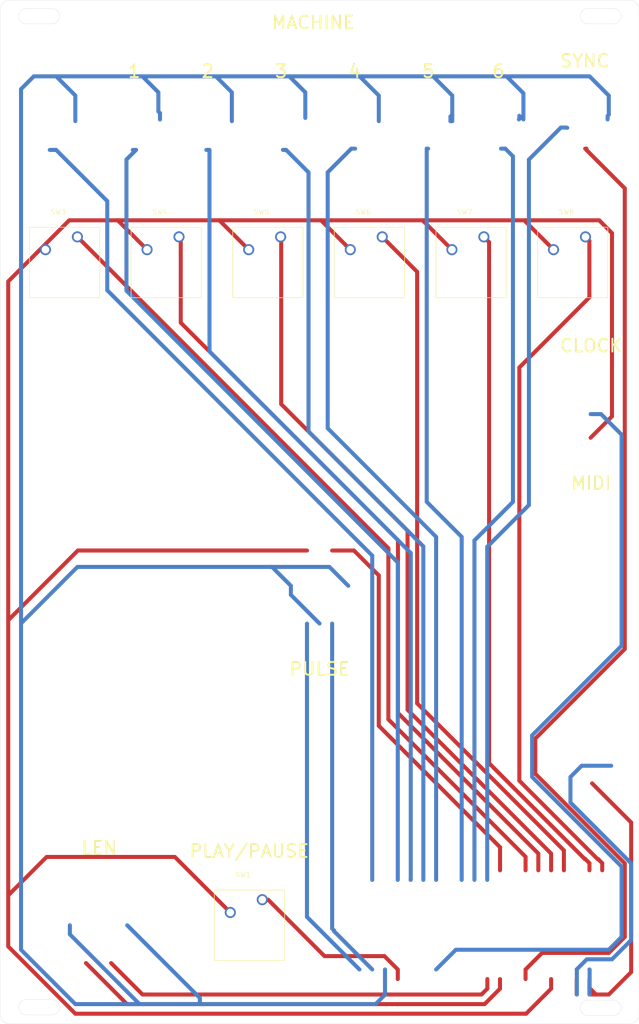
<source format=kicad_pcb>
(kicad_pcb (version 20221018) (generator pcbnew)
  (layers (0 "F.Cu" signal) (31 "B.Cu" signal) (34 "B.Paste" user) (35 "F.Paste" user) (36 "B.SilkS" user "B.Silkscreen") (37 "F.SilkS" user "F.Silkscreen") (38 "B.Mask" user) (39 "F.Mask" user) (44 "Edge.Cuts" user))
  (net 0 "")
  (net 1 "IN_SWTCH")
  (net 2 "PWR_GND")
  (net 3 "IN")
  (net 4 "OUT_MIDI")
  (net 5 "OUT_C1")
  (net 6 "OUT_C2")
  (net 7 "OUT_C3")
  (net 8 "OUT_C4")
  (net 9 "OUT_C5")
  (net 10 "OUT_C6")
  (net 11 "VSYS")
  (net 12 "ENC1_A")
  (net 13 "ENC1_B")
  (net 14 "PWR_3V3")
  (net 15 "ENC2_BTN")
  (net 16 "ENC2_A")
  (net 17 "ENC2_B")
  (net 18 "BTN_IN")
  (net 19 "BTN_PLAY")
  (net 20 "BTN_C1")
  (net 21 "BTN_C2")
  (net 22 "BTN_C3")
  (net 23 "BTN_C4")
  (net 24 "BTN_C5")
  (net 25 "BTN_C6")
  (footprint "digikey-footprints:MX1A-11NW" (layer "F.Cu") (at 11.55 42.545)
    (fp_text reference "SW3" (at 0 -0.5 unlocked) (layer "F.SilkS") (effects (font (thickness 0.1))))
    (fp_text value "Switch_Tactile_CnK")
    (fp_line (start -5.715 2.54) (end 8.255 2.54) (stroke (width 0.12)) (layer "F.SilkS"))
    (fp_line (start -5.715 16.51) (end -5.715 2.54) (stroke (width 0.12)) (layer "F.SilkS"))
    (fp_line (start 8.255 2.54) (end 8.255 16.51) (stroke (width 0.12)) (layer "F.SilkS"))
    (fp_line (start 8.255 16.51) (end -5.715 16.51) (stroke (width 0.12)) (layer "F.SilkS"))
    (pad "" np_thru_hole circle (at -3.81 9.525) (size 1.7 1.7) (drill 1.7) (layers "*.Cu" "*.Mask"))
    (pad "" np_thru_hole circle (at 1.27 9.525) (size 4 4) (drill 4) (layers "*.Cu" "*.Mask"))
    (pad "" np_thru_hole circle (at 6.35 9.525) (size 1.7 1.7) (drill 1.7) (layers "*.Cu" "*.Mask"))
    (pad "1" thru_hole circle (at 3.81 4.445) (size 2.2 2.2) (drill 1.5) (layers "*.Cu" "*.Mask") (net 20 "BTN_C1"))
    (pad "2" thru_hole circle (at -2.54 6.985) (size 2.2 2.2) (drill 1.5) (layers "*.Cu" "*.Mask") (net 14 "PWR_3V3"))
  )
  (footprint "digikey-footprints:MX1A-11NW" (layer "F.Cu") (at 48.296 174.109)
    (fp_text reference "SW1" (at 0 -0.5 unlocked) (layer "F.SilkS") (effects (font (thickness 0.1))))
    (fp_text value "Switch_Tactile_CnK")
    (fp_line (start -5.715 2.54) (end 8.255 2.54) (stroke (width 0.12)) (layer "F.SilkS"))
    (fp_line (start -5.715 16.51) (end -5.715 2.54) (stroke (width 0.12)) (layer "F.SilkS"))
    (fp_line (start 8.255 2.54) (end 8.255 16.51) (stroke (width 0.12)) (layer "F.SilkS"))
    (fp_line (start 8.255 16.51) (end -5.715 16.51) (stroke (width 0.12)) (layer "F.SilkS"))
    (pad "" np_thru_hole circle (at -3.81 9.525) (size 1.7 1.7) (drill 1.7) (layers "*.Cu" "*.Mask"))
    (pad "" np_thru_hole circle (at 1.27 9.525) (size 4 4) (drill 4) (layers "*.Cu" "*.Mask"))
    (pad "" np_thru_hole circle (at 6.35 9.525) (size 1.7 1.7) (drill 1.7) (layers "*.Cu" "*.Mask"))
    (pad "1" thru_hole circle (at 3.81 4.445) (size 2.2 2.2) (drill 1.5) (layers "*.Cu" "*.Mask") (net 19 "BTN_PLAY"))
    (pad "2" thru_hole circle (at -2.54 6.985) (size 2.2 2.2) (drill 1.5) (layers "*.Cu" "*.Mask") (net 14 "PWR_3V3"))
  )
  (footprint "digikey-footprints:MX1A-11NW" (layer "F.Cu") (at 51.95 42.545)
    (fp_text reference "SW5" (at 0 -0.5 unlocked) (layer "F.SilkS") (effects (font (thickness 0.1))))
    (fp_text value "Switch_Tactile_CnK")
    (fp_line (start -5.715 2.54) (end 8.255 2.54) (stroke (width 0.12)) (layer "F.SilkS"))
    (fp_line (start -5.715 16.51) (end -5.715 2.54) (stroke (width 0.12)) (layer "F.SilkS"))
    (fp_line (start 8.255 2.54) (end 8.255 16.51) (stroke (width 0.12)) (layer "F.SilkS"))
    (fp_line (start 8.255 16.51) (end -5.715 16.51) (stroke (width 0.12)) (layer "F.SilkS"))
    (pad "" np_thru_hole circle (at -3.81 9.525) (size 1.7 1.7) (drill 1.7) (layers "*.Cu" "*.Mask"))
    (pad "" np_thru_hole circle (at 1.27 9.525) (size 4 4) (drill 4) (layers "*.Cu" "*.Mask"))
    (pad "" np_thru_hole circle (at 6.35 9.525) (size 1.7 1.7) (drill 1.7) (layers "*.Cu" "*.Mask"))
    (pad "1" thru_hole circle (at 3.81 4.445) (size 2.2 2.2) (drill 1.5) (layers "*.Cu" "*.Mask") (net 22 "BTN_C3"))
    (pad "2" thru_hole circle (at -2.54 6.985) (size 2.2 2.2) (drill 1.5) (layers "*.Cu" "*.Mask") (net 14 "PWR_3V3"))
  )
  (footprint "digikey-footprints:MX1A-11NW" (layer "F.Cu") (at 72.15 42.545)
    (fp_text reference "SW6" (at 0 -0.5 unlocked) (layer "F.SilkS") (effects (font (thickness 0.1))))
    (fp_text value "Switch_Tactile_CnK")
    (fp_line (start -5.715 2.54) (end 8.255 2.54) (stroke (width 0.12)) (layer "F.SilkS"))
    (fp_line (start -5.715 16.51) (end -5.715 2.54) (stroke (width 0.12)) (layer "F.SilkS"))
    (fp_line (start 8.255 2.54) (end 8.255 16.51) (stroke (width 0.12)) (layer "F.SilkS"))
    (fp_line (start 8.255 16.51) (end -5.715 16.51) (stroke (width 0.12)) (layer "F.SilkS"))
    (pad "" np_thru_hole circle (at -3.81 9.525) (size 1.7 1.7) (drill 1.7) (layers "*.Cu" "*.Mask"))
    (pad "" np_thru_hole circle (at 1.27 9.525) (size 4 4) (drill 4) (layers "*.Cu" "*.Mask"))
    (pad "" np_thru_hole circle (at 6.35 9.525) (size 1.7 1.7) (drill 1.7) (layers "*.Cu" "*.Mask"))
    (pad "1" thru_hole circle (at 3.81 4.445) (size 2.2 2.2) (drill 1.5) (layers "*.Cu" "*.Mask") (net 23 "BTN_C4"))
    (pad "2" thru_hole circle (at -2.54 6.985) (size 2.2 2.2) (drill 1.5) (layers "*.Cu" "*.Mask") (net 14 "PWR_3V3"))
  )
  (footprint "digikey-footprints:MX1A-11NW" (layer "F.Cu") (at 92.35 42.545)
    (fp_text reference "SW7" (at 0 -0.5 unlocked) (layer "F.SilkS") (effects (font (thickness 0.1))))
    (fp_text value "Switch_Tactile_CnK")
    (fp_line (start -5.715 2.54) (end 8.255 2.54) (stroke (width 0.12)) (layer "F.SilkS"))
    (fp_line (start -5.715 16.51) (end -5.715 2.54) (stroke (width 0.12)) (layer "F.SilkS"))
    (fp_line (start 8.255 2.54) (end 8.255 16.51) (stroke (width 0.12)) (layer "F.SilkS"))
    (fp_line (start 8.255 16.51) (end -5.715 16.51) (stroke (width 0.12)) (layer "F.SilkS"))
    (pad "" np_thru_hole circle (at -3.81 9.525) (size 1.7 1.7) (drill 1.7) (layers "*.Cu" "*.Mask"))
    (pad "" np_thru_hole circle (at 1.27 9.525) (size 4 4) (drill 4) (layers "*.Cu" "*.Mask"))
    (pad "" np_thru_hole circle (at 6.35 9.525) (size 1.7 1.7) (drill 1.7) (layers "*.Cu" "*.Mask"))
    (pad "1" thru_hole circle (at 3.81 4.445) (size 2.2 2.2) (drill 1.5) (layers "*.Cu" "*.Mask") (net 24 "BTN_C5"))
    (pad "2" thru_hole circle (at -2.54 6.985) (size 2.2 2.2) (drill 1.5) (layers "*.Cu" "*.Mask") (net 14 "PWR_3V3"))
  )
  (footprint "digikey-footprints:MX1A-11NW" (layer "F.Cu") (at 112.55 42.545)
    (fp_text reference "SW8" (at 0 -0.5 unlocked) (layer "F.SilkS") (effects (font (thickness 0.1))))
    (fp_text value "Switch_Tactile_CnK")
    (fp_line (start -5.715 2.54) (end 8.255 2.54) (stroke (width 0.12)) (layer "F.SilkS"))
    (fp_line (start -5.715 16.51) (end -5.715 2.54) (stroke (width 0.12)) (layer "F.SilkS"))
    (fp_line (start 8.255 2.54) (end 8.255 16.51) (stroke (width 0.12)) (layer "F.SilkS"))
    (fp_line (start 8.255 16.51) (end -5.715 16.51) (stroke (width 0.12)) (layer "F.SilkS"))
    (pad "" np_thru_hole circle (at -3.81 9.525) (size 1.7 1.7) (drill 1.7) (layers "*.Cu" "*.Mask"))
    (pad "" np_thru_hole circle (at 1.27 9.525) (size 4 4) (drill 4) (layers "*.Cu" "*.Mask"))
    (pad "" np_thru_hole circle (at 6.35 9.525) (size 1.7 1.7) (drill 1.7) (layers "*.Cu" "*.Mask"))
    (pad "1" thru_hole circle (at 3.81 4.445) (size 2.2 2.2) (drill 1.5) (layers "*.Cu" "*.Mask") (net 25 "BTN_C6"))
    (pad "2" thru_hole circle (at -2.54 6.985) (size 2.2 2.2) (drill 1.5) (layers "*.Cu" "*.Mask") (net 14 "PWR_3V3"))
  )
  (footprint "digikey-footprints:MX1A-11NW" (layer "F.Cu") (at 31.75 42.545)
    (fp_text reference "SW4" (at 0 -0.5 unlocked) (layer "F.SilkS") (effects (font (thickness 0.1))))
    (fp_text value "Switch_Tactile_CnK")
    (fp_line (start -5.715 2.54) (end 8.255 2.54) (stroke (width 0.12)) (layer "F.SilkS"))
    (fp_line (start -5.715 16.51) (end -5.715 2.54) (stroke (width 0.12)) (layer "F.SilkS"))
    (fp_line (start 8.255 2.54) (end 8.255 16.51) (stroke (width 0.12)) (layer "F.SilkS"))
    (fp_line (start 8.255 16.51) (end -5.715 16.51) (stroke (width 0.12)) (layer "F.SilkS"))
    (pad "" np_thru_hole circle (at -3.81 9.525) (size 1.7 1.7) (drill 1.7) (layers "*.Cu" "*.Mask"))
    (pad "" np_thru_hole circle (at 1.27 9.525) (size 4 4) (drill 4) (layers "*.Cu" "*.Mask"))
    (pad "" np_thru_hole circle (at 6.35 9.525) (size 1.7 1.7) (drill 1.7) (layers "*.Cu" "*.Mask"))
    (pad "1" thru_hole circle (at 3.81 4.445) (size 2.2 2.2) (drill 1.5) (layers "*.Cu" "*.Mask") (net 21 "BTN_C2"))
    (pad "2" thru_hole circle (at -2.54 6.985) (size 2.2 2.2) (drill 1.5) (layers "*.Cu" "*.Mask") (net 14 "PWR_3V3"))
  )
  (gr_line (start 5.207 201.422) (end 10.287 201.422) (stroke (width 0.05)) (layer "Edge.Cuts"))
  (gr_line (start 1.905 203.2) (end 125.095 203.2) (stroke (width 0.05)) (layer "Edge.Cuts"))
  (gr_line (start 116.84 1.651) (end 121.92 1.651) (stroke (width 0.05)) (layer "Edge.Cuts"))
  (gr_arc (start 116.84 201.549) (mid 115.316004 200.025002) (end 116.84 198.501) (stroke (width 0.05)) (layer "Edge.Cuts"))
  (gr_arc (start 5.207 201.422) (mid 3.683004 199.898002) (end 5.207 198.374) (stroke (width 0.05)) (layer "Edge.Cuts"))
  (gr_line (start 5.207 1.651) (end 10.287 1.651) (stroke (width 0.05)) (layer "Edge.Cuts"))
  (gr_arc (start 116.84 4.699) (mid 115.316004 3.175002) (end 116.84 1.651) (stroke (width 0.05)) (layer "Edge.Cuts"))
  (gr_line (start 5.207 4.699) (end 10.287 4.699) (stroke (width 0.05)) (layer "Edge.Cuts"))
  (gr_line (start 127 1.905) (end 127 201.295) (stroke (width 0.05)) (layer "Edge.Cuts"))
  (gr_arc (start 121.92 198.501) (mid 123.444004 200.025002) (end 121.92 201.549) (stroke (width 0.05)) (layer "Edge.Cuts"))
  (gr_arc (start 1.905 203.2) (mid 0.557962 202.642038) (end 0 201.295) (stroke (width 0.05)) (layer "Edge.Cuts"))
  (gr_line (start 0 1.905) (end 0 201.295) (stroke (width 0.05)) (layer "Edge.Cuts"))
  (gr_arc (start 121.92 1.651) (mid 123.444004 3.175002) (end 121.92 4.699) (stroke (width 0.05)) (layer "Edge.Cuts"))
  (gr_arc (start 125.095 0) (mid 126.442038 0.557962) (end 127 1.905) (stroke (width 0.05)) (layer "Edge.Cuts"))
  (gr_line (start 5.207 198.374) (end 10.287 198.374) (stroke (width 0.05)) (layer "Edge.Cuts"))
  (gr_line (start 1.905 0) (end 125.095 0) (stroke (width 0.05)) (layer "Edge.Cuts"))
  (gr_arc (start 5.207 4.699) (mid 3.683004 3.175002) (end 5.207 1.651) (stroke (width 0.05)) (layer "Edge.Cuts"))
  (gr_line (start 116.84 4.699) (end 121.92 4.699) (stroke (width 0.05)) (layer "Edge.Cuts"))
  (gr_arc (start 10.287 198.374) (mid 11.811004 199.898002) (end 10.287 201.422) (stroke (width 0.05)) (layer "Edge.Cuts"))
  (gr_line (start 116.84 198.501) (end 121.92 198.501) (stroke (width 0.05)) (layer "Edge.Cuts"))
  (gr_arc (start 0 1.905) (mid 0.557962 0.557962) (end 1.905 0) (stroke (width 0.05)) (layer "Edge.Cuts"))
  (gr_arc (start 127 201.295) (mid 126.442038 202.642038) (end 125.095 203.2) (stroke (width 0.05)) (layer "Edge.Cuts"))
  (gr_line (start 116.84 201.549) (end 121.92 201.549) (stroke (width 0.05)) (layer "Edge.Cuts"))
  (gr_arc (start 10.287 1.651) (mid 11.811004 3.175002) (end 10.287 4.699) (stroke (width 0.05)) (layer "Edge.Cuts"))
  (gr_text "\n3" (at 55.88 12.065) (layer "F.SilkS") (effects (font (size 2.54 2.54) (thickness 0.381))))
  (gr_text "PLAY/PAUSE" (at 49.53 168.91) (layer "F.SilkS") (effects (font (size 2.54 2.54) (thickness 0.381))))
  (gr_text "MIDI" (at 117.475 95.885) (layer "F.SilkS") (effects (font (size 2.54 2.54) (thickness 0.381))))
  (gr_text "LEN" (at 19.685 168.275) (layer "F.SilkS") (effects (font (size 2.54 2.54) (thickness 0.381))))
  (gr_text "PULSE" (at 63.5 132.755) (layer "F.SilkS") (effects (font (size 2.54 2.54) (thickness 0.381))))
  (gr_text "\n5" (at 85.09 12.065) (layer "F.SilkS") (effects (font (size 2.54 2.54) (thickness 0.381))))
  (gr_text "\n2" (at 41.275 12.065) (layer "F.SilkS") (effects (font (size 2.54 2.54) (thickness 0.381))))
  (gr_text "CLOCK" (at 117.475 68.58) (layer "F.SilkS") (effects (font (size 2.54 2.54) (thickness 0.381))))
  (gr_text "SYNC" (at 116.205 12.065) (layer "F.SilkS") (effects (font (size 2.54 2.54) (thickness 0.381))))
  (gr_text "MACHINE" (at 62.23 4.445) (layer "F.SilkS") (effects (font (size 2.54 2.54) (thickness 0.381))))
  (gr_text "\n4" (at 70.485 12.065) (layer "F.SilkS") (effects (font (size 2.54 2.54) (thickness 0.381))))
  (gr_text "\n1" (at 26.67 12.065) (layer "F.SilkS") (effects (font (size 2.54 2.54) (thickness 0.381))))
  (gr_text "\n6" (at 99.06 12.065) (layer "F.SilkS") (effects (font (size 2.54 2.54) (thickness 0.381))))
  (segment (start 96.83 174.625) (end 96.83 108.51) (width 0.8) (layer "B.Cu") (net 1))
  (segment (start 111.47 25.29) (end 112.481176 25.29) (width 0.8) (layer "B.Cu") (net 1))
  (segment (start 96.83 108.51) (end 105.12 100.22) (width 0.8) (layer "B.Cu") (net 1))
  (segment (start 105.12 100.22) (end 105.12 31.64) (width 0.8) (layer "B.Cu") (net 1))
  (segment (start 105.12 31.64) (end 111.47 25.29) (width 0.8) (layer "B.Cu") (net 1))
  (segment (start 112.481176 25.29) (end 112.634661 25.331126) (width 0.8) (layer "B.Cu") (net 1))
  (segment (start 112.634661 25.331126) (end 112.738547 25.334516) (width 0.8) (layer "B.Cu") (net 1))
  (segment (start 114.61 197.34) (end 114.645 197.375) (width 0.8) (layer "F.Cu") (net 2))
  (segment (start 114.61 194.31) (end 114.61 197.34) (width 0.8) (layer "F.Cu") (net 2))
  (segment (start 54.058054 112.503054) (end 57.8 116.245) (width 0.8) (layer "B.Cu") (net 2))
  (segment (start 28.285 199.28) (end 27.712 199.28) (width 0.8) (layer "B.Cu") (net 2))
  (segment (start 57.495 15.13) (end 60.67 18.305) (width 0.8) (layer "B.Cu") (net 2))
  (segment (start 31.46 22.115) (end 31.7775 22.4325) (width 0.8) (layer "B.Cu") (net 2))
  (segment (start 39.715 198.083) (end 25.266 183.634) (width 0.8) (layer "B.Cu") (net 2))
  (segment (start 89.52 23.095406) (end 89.52 24.02) (width 0.8) (layer "B.Cu") (net 2))
  (segment (start 65.458054 112.503054) (end 69.2 116.245) (width 0.8) (layer "B.Cu") (net 2))
  (segment (start 115.605 151.965) (end 121.4775 151.965) (width 0.8) (layer "B.Cu") (net 2))
  (segment (start 103.12 23.68) (end 103.22 23.58) (width 0.8) (layer "B.Cu") (net 2))
  (segment (start 103.22 23.58) (end 103.22 23.089827) (width 0.8) (layer "B.Cu") (net 2))
  (segment (start 113.375 159.275) (end 113.375 154.195) (width 0.8) (layer "B.Cu") (net 2))
  (segment (start 71.465 15.13) (end 75.275 18.94) (width 0.8) (layer "B.Cu") (net 2))
  (segment (start 14.95 199.28) (end 4.155 188.485) (width 0.8) (layer "B.Cu") (net 2))
  (segment (start 4.155 17.67) (end 6.695 15.13) (width 0.8) (layer "B.Cu") (net 2))
  (segment (start 28.285 199.28) (end 14.95 199.28) (width 0.8) (layer "B.Cu") (net 2))
  (segment (start 75.275 18.94) (end 75.275 24.02) (width 0.8) (layer "B.Cu") (net 2))
  (segment (start 100.675 15.13) (end 104.025055 18.480055) (width 0.8) (layer "B.Cu") (net 2))
  (segment (start 117.185 15.13) (end 120.995 18.94) (width 0.8) (layer "B.Cu") (net 2))
  (segment (start 42.89 15.13) (end 46.065 18.305) (width 0.8) (layer "B.Cu") (net 2))
  (segment (start 60.67 18.305) (end 60.67 23.385) (width 0.8) (layer "B.Cu") (net 2))
  (segment (start 74.64 199.28) (end 76.51 197.41) (width 0.8) (layer "B.Cu") (net 2))
  (segment (start 89.88 18.94) (end 89.88 22.74) (width 0.8) (layer "B.Cu") (net 2))
  (segment (start 28.285 15.13) (end 31.46 18.305) (width 0.8) (layer "B.Cu") (net 2))
  (segment (start 120.76 22.985) (end 120.76 23.68) (width 0.8) (layer "B.Cu") (net 2))
  (segment (start 89.88 24.02) (end 89.88 22.74) (width 0.8) (layer "B.Cu") (net 2))
  (segment (start 13.866 185.434) (end 13.866 183.634) (width 0.8) (layer "B.Cu") (net 2))
  (segment (start 89.52 24.02) (end 89.88 24.02) (width 0.8) (layer "B.Cu") (net 2))
  (segment (start 86.07 15.13) (end 89.88 18.94) (width 0.8) (layer "B.Cu") (net 2))
  (segment (start 19.566 191.134) (end 13.866 185.434) (width 0.8) (layer "B.Cu") (net 2))
  (segment (start 63.5 123.745) (end 57.8 118.045) (width 0.8) (layer "B.Cu") (net 2))
  (segment (start 120.995 22.75) (end 120.76 22.985) (width 0.8) (layer "B.Cu") (net 2))
  (segment (start 4.155 188.485) (end 4.155 123.715) (width 0.8) (layer "B.Cu") (net 2))
  (segment (start 89.88 22.74) (end 89.875406 22.74) (width 0.8) (layer "B.Cu") (net 2))
  (segment (start 104.025055 18.480055) (end 104.025055 22.925055) (width 0.8) (layer "B.Cu") (net 2))
  (segment (start 114.645 192.44) (end 114.61 192.405) (width 0.8) (layer "B.Cu") (net 2))
  (segment (start 31.7775 22.4325) (end 31.7775 23.7025) (width 0.8) (layer "B.Cu") (net 2))
  (segment (start 14.95 18.94) (end 14.95 24.02) (width 0.8) (layer "B.Cu") (net 2))
  (segment (start 120.995 18.94) (end 120.995 22.75) (width 0.8) (layer "B.Cu") (net 2))
  (segment (start 53.685 112.503054) (end 65.458054 112.503054) (width 0.8) (layer "B.Cu") (net 2))
  (segment (start 104.02 22.93011) (end 104.02 23.68) (width 0.8) (layer "B.Cu") (net 2))
  (segment (start 28.285 199.28) (end 39.715 199.28) (width 0.8) (layer "B.Cu") (net 2))
  (segment (start 39.715 199.28) (end 74.64 199.28) (width 0.8) (layer "B.Cu") (net 2))
  (segment (start 27.712 199.28) (end 19.566 191.134) (width 0.8) (layer "B.Cu") (net 2))
  (segment (start 42.89 15.13) (end 57.495 15.13) (width 0.8) (layer "B.Cu") (net 2))
  (segment (start 4.155 123.715) (end 4.155 17.67) (width 0.8) (layer "B.Cu") (net 2))
  (segment (start 46.065 18.305) (end 46.065 24.02) (width 0.8) (layer "B.Cu") (net 2))
  (segment (start 53.685 112.503054) (end 54.058054 112.503054) (width 0.8) (layer "B.Cu") (net 2))
  (segment (start 114.645 197.375) (end 114.645 192.44) (width 0.8) (layer "B.Cu") (net 2))
  (segment (start 121.63 190.39) (end 125.44 186.58) (width 0.8) (layer "B.Cu") (net 2))
  (segment (start 125.44 186.58) (end 125.44 171.34) (width 0.8) (layer "B.Cu") (net 2))
  (segment (start 114.61 192.405) (end 116.625 190.39) (width 0.8) (layer "B.Cu") (net 2))
  (segment (start 11.14 15.13) (end 28.285 15.13) (width 0.8) (layer "B.Cu") (net 2))
  (segment (start 11.14 15.13) (end 14.95 18.94) (width 0.8) (layer "B.Cu") (net 2))
  (segment (start 57.495 15.13) (end 71.465 15.13) (width 0.8) (layer "B.Cu") (net 2))
  (segment (start 103.22 23.089827) (end 103.215485 22.951477) (width 0.8) (layer "B.Cu") (net 2))
  (segment (start 15.366946 112.503054) (end 53.685 112.503054) (width 0.8) (layer "B.Cu") (net 2))
  (segment (start 31.46 18.305) (end 31.46 22.115) (width 0.8) (layer "B.Cu") (net 2))
  (segment (start 28.285 15.13) (end 42.89 15.13) (width 0.8) (layer "B.Cu") (net 2))
  (segment (start 125.44 171.34) (end 113.375 159.275) (width 0.8) (layer "B.Cu") (net 2))
  (segment (start 113.375 154.195) (end 115.605 151.965) (width 0.8) (layer "B.Cu") (net 2))
  (segment (start 39.715 199.28) (end 39.715 198.083) (width 0.8) (layer "B.Cu") (net 2))
  (segment (start 89.875406 22.74) (end 89.52 23.095406) (width 0.8) (layer "B.Cu") (net 2))
  (segment (start 71.465 15.13) (end 86.07 15.13) (width 0.8) (layer "B.Cu") (net 2))
  (segment (start 6.695 15.13) (end 11.14 15.13) (width 0.8) (layer "B.Cu") (net 2))
  (segment (start 116.625 190.39) (end 121.63 190.39) (width 0.8) (layer "B.Cu") (net 2))
  (segment (start 86.07 15.13) (end 100.675 15.13) (width 0.8) (layer "B.Cu") (net 2))
  (segment (start 100.675 15.13) (end 117.185 15.13) (width 0.8) (layer "B.Cu") (net 2))
  (segment (start 76.51 197.41) (end 76.51 192.405) (width 0.8) (layer "B.Cu") (net 2))
  (segment (start 57.8 118.045) (end 57.8 116.245) (width 0.8) (layer "B.Cu") (net 2))
  (segment (start 4.155 123.715) (end 15.366946 112.503054) (width 0.8) (layer "B.Cu") (net 2))
  (segment (start 104.025055 22.925055) (end 104.02 22.93011) (width 0.8) (layer "B.Cu") (net 2))
  (segment (start 124.17 128.795) (end 124.17 37.355) (width 0.8) (layer "F.Cu") (net 3))
  (segment (start 104.45 194.31) (end 104.45 192.405) (width 0.8) (layer "F.Cu") (net 3))
  (segment (start 120.995 189.12) (end 124.17 185.945) (width 0.8) (layer "F.Cu") (net 3))
  (segment (start 116.55 29.48) (end 116.31 29.48) (width 0.8) (layer "F.Cu") (net 3))
  (segment (start 106.39 146.575) (end 124.17 128.795) (width 0.8) (layer "F.Cu") (net 3))
  (segment (start 124.17 171.34) (end 106.39 153.56) (width 0.8) (layer "F.Cu") (net 3))
  (segment (start 116.55 29.735) (end 116.55 29.48) (width 0.8) (layer "F.Cu") (net 3))
  (segment (start 124.17 37.355) (end 116.55 29.735) (width 0.8) (layer "F.Cu") (net 3))
  (segment (start 107.735 189.12) (end 120.995 189.12) (width 0.8) (layer "F.Cu") (net 3))
  (segment (start 104.45 192.405) (end 107.735 189.12) (width 0.8) (layer "F.Cu") (net 3))
  (segment (start 124.17 185.945) (end 124.17 171.34) (width 0.8) (layer "F.Cu") (net 3))
  (segment (start 106.39 153.56) (end 106.39 146.575) (width 0.8) (layer "F.Cu") (net 3))
  (segment (start 73.97 174.625) (end 73.97 110.26132) (width 0.8) (layer "B.Cu") (net 4))
  (segment (start 11.14 29.735) (end 9.87 29.735) (width 0.8) (layer "B.Cu") (net 4))
  (segment (start 21.3 39.895) (end 11.14 29.735) (width 0.8) (layer "B.Cu") (net 4))
  (segment (start 21.3 57.59132) (end 21.3 39.895) (width 0.8) (layer "B.Cu") (net 4))
  (segment (start 73.97 110.26132) (end 21.3 57.59132) (width 0.8) (layer "B.Cu") (net 4))
  (segment (start 79.05 174.625) (end 79.05 111.615) (width 0.8) (layer "B.Cu") (net 5))
  (segment (start 25.11 31.64) (end 27.015 29.735) (width 0.8) (layer "B.Cu") (net 5))
  (segment (start 79.05 111.615) (end 25.11 57.675) (width 0.8) (layer "B.Cu") (net 5))
  (segment (start 25.11 57.675) (end 25.11 31.64) (width 0.8) (layer "B.Cu") (net 5))
  (segment (start 27.015 29.735) (end 26.38 29.735) (width 0.8) (layer "B.Cu") (net 5))
  (segment (start 81.625 109.745) (end 41.62 69.74) (width 0.8) (layer "B.Cu") (net 6))
  (segment (start 81.59 174.625) (end 81.625 174.59) (width 0.8) (layer "B.Cu") (net 6))
  (segment (start 41.62 29.735) (end 40.985 29.735) (width 0.8) (layer "B.Cu") (net 6))
  (segment (start 41.62 69.74) (end 41.62 29.735) (width 0.8) (layer "B.Cu") (net 6))
  (segment (start 81.625 174.59) (end 81.625 109.745) (width 0.8) (layer "B.Cu") (net 6))
  (segment (start 61.305 34.18) (end 56.86 29.735) (width 0.8) (layer "B.Cu") (net 7))
  (segment (start 84.13 174.625) (end 84.13 108.44) (width 0.8) (layer "B.Cu") (net 7))
  (segment (start 84.13 108.44) (end 61.305 85.615) (width 0.8) (layer "B.Cu") (net 7))
  (segment (start 56.86 29.735) (end 56.225 29.735) (width 0.8) (layer "B.Cu") (net 7))
  (segment (start 61.305 85.615) (end 61.305 34.18) (width 0.8) (layer "B.Cu") (net 7))
  (segment (start 69.815 29.48) (end 70.57 29.48) (width 0.8) (layer "B.Cu") (net 8))
  (segment (start 86.67 106.535) (end 65.115 84.98) (width 0.8) (layer "B.Cu") (net 8))
  (segment (start 86.67 174.625) (end 86.67 106.535) (width 0.8) (layer "B.Cu") (net 8))
  (segment (start 65.115 84.98) (end 65.115 34.18) (width 0.8) (layer "B.Cu") (net 8))
  (segment (start 65.115 34.18) (end 69.815 29.48) (width 0.8) (layer "B.Cu") (net 8))
  (segment (start 91.75 174.625) (end 91.75 106.535) (width 0.8) (layer "B.Cu") (net 9))
  (segment (start 84.8 29.48) (end 85.07 29.48) (width 0.8) (layer "B.Cu") (net 9))
  (segment (start 84.8 99.585) (end 84.8 29.48) (width 0.8) (layer "B.Cu") (net 9))
  (segment (start 91.75 106.535) (end 84.8 99.585) (width 0.8) (layer "B.Cu") (net 9))
  (segment (start 100.42 29.48) (end 99.57 29.48) (width 0.8) (layer "B.Cu") (net 10))
  (segment (start 94.29 107.24) (end 101.945 99.585) (width 0.8) (layer "B.Cu") (net 10))
  (segment (start 94.29 174.625) (end 94.29 107.24) (width 0.8) (layer "B.Cu") (net 10))
  (segment (start 101.945 99.585) (end 101.945 31.005) (width 0.8) (layer "B.Cu") (net 10))
  (segment (start 101.945 31.005) (end 100.42 29.48) (width 0.8) (layer "B.Cu") (net 10))
  (segment (start 125.44 163.2275) (end 117.6775 155.465) (width 0.8) (layer "F.Cu") (net 11))
  (segment (start 118.455 197.375) (end 117.185 196.105) (width 0.8) (layer "F.Cu") (net 11))
  (segment (start 117.15 194.31) (end 117.15 196.105) (width 0.8) (layer "F.Cu") (net 11))
  (segment (start 118.455 197.375) (end 120.995 197.375) (width 0.8) (layer "F.Cu") (net 11))
  (segment (start 120.995 197.375) (end 125.44 192.93) (width 0.8) (layer "F.Cu") (net 11))
  (segment (start 117.15 196.105) (end 117.15 197.34) (width 0.8) (layer "F.Cu") (net 11))
  (segment (start 117.185 196.105) (end 117.15 196.105) (width 0.8) (layer "F.Cu") (net 11))
  (segment (start 117.185 197.375) (end 118.455 197.375) (width 0.8) (layer "F.Cu") (net 11))
  (segment (start 117.15 197.34) (end 117.185 197.375) (width 0.8) (layer "F.Cu") (net 11))
  (segment (start 125.44 192.93) (end 125.44 163.2275) (width 0.8) (layer "F.Cu") (net 11))
  (segment (start 117.185 197.375) (end 117.185 192.44) (width 0.8) (layer "B.Cu") (net 11))
  (segment (start 117.185 192.44) (end 117.15 192.405) (width 0.8) (layer "B.Cu") (net 11))
  (segment (start 96.305 199.28) (end 25.212 199.28) (width 0.8) (layer "F.Cu") (net 12))
  (segment (start 99.37 196.215) (end 96.305 199.28) (width 0.8) (layer "F.Cu") (net 12))
  (segment (start 25.212 199.28) (end 17.066 191.134) (width 0.8) (layer "F.Cu") (net 12))
  (segment (start 99.37 194.31) (end 99.37 196.215) (width 0.8) (layer "F.Cu") (net 12))
  (segment (start 95.689307 197.375) (end 28.307 197.375) (width 0.8) (layer "F.Cu") (net 13))
  (segment (start 96.857864 194.301443) (end 96.857864 196.206443) (width 0.8) (layer "F.Cu") (net 13))
  (segment (start 28.307 197.375) (end 22.066 191.134) (width 0.8) (layer "F.Cu") (net 13))
  (segment (start 96.857864 196.206443) (end 95.689307 197.375) (width 0.8) (layer "F.Cu") (net 13))
  (segment (start 1.615 114.19) (end 1.615 55.825) (width 0.8) (layer "F.Cu") (net 14))
  (segment (start 23.205 43.705) (end 43.525 43.705) (width 0.8) (layer "F.Cu") (net 14))
  (segment (start 84.165 43.705) (end 84.165 43.885) (width 0.8) (layer "F.Cu") (net 14))
  (segment (start 121.63 46.245) (end 121.63 82.62) (width 0.8) (layer "F.Cu") (net 14))
  (segment (start 1.615 55.825) (end 7.3575 50.0825) (width 0.8) (layer "F.Cu") (net 14))
  (segment (start 7.3575 50.0825) (end 7.91 49.53) (width 0.8) (layer "F.Cu") (net 14))
  (segment (start 7.3575 50.0825) (end 13.735 43.705) (width 0.8) (layer "F.Cu") (net 14))
  (segment (start 7.91 49.53) (end 9.01 49.53) (width 0.8) (layer "F.Cu") (net 14))
  (segment (start 104.56 201.185) (end 14.95 201.185) (width 0.8) (layer "F.Cu") (net 14))
  (segment (start 9.235 170.07) (end 34.732 170.07) (width 0.8) (layer "F.Cu") (net 14))
  (segment (start 15.45 109.245) (end 1.615 123.08) (width 0.8) (layer "F.Cu") (net 14))
  (segment (start 63.845 43.765) (end 69.61 49.53) (width 0.8) (layer "F.Cu") (net 14))
  (segment (start 14.95 201.185) (end 1.615 187.85) (width 0.8) (layer "F.Cu") (net 14))
  (segment (start 104.485 43.705) (end 119.09 43.705) (width 0.8) (layer "F.Cu") (net 14))
  (segment (start 63.845 43.705) (end 63.845 43.765) (width 0.8) (layer "F.Cu") (net 14))
  (segment (start 84.165 43.705) (end 104.485 43.705) (width 0.8) (layer "F.Cu") (net 14))
  (segment (start 23.385 43.705) (end 29.21 49.53) (width 0.8) (layer "F.Cu") (net 14))
  (segment (start 43.585 43.705) (end 49.41 49.53) (width 0.8) (layer "F.Cu") (net 14))
  (segment (start 1.615 177.69) (end 1.615 123.08) (width 0.8) (layer "F.Cu") (net 14))
  (segment (start 1.615 187.85) (end 1.615 177.69) (width 0.8) (layer "F.Cu") (net 14))
  (segment (start 43.525 43.705) (end 63.845 43.705) (width 0.8) (layer "F.Cu") (net 14))
  (segment (start 104.485 44.005) (end 110.01 49.53) (width 0.8) (layer "F.Cu") (net 14))
  (segment (start 43.525 43.705) (end 43.585 43.705) (width 0.8) (layer "F.Cu") (net 14))
  (segment (start 121.63 82.62) (end 117.38 86.87) (width 0.8) (layer "F.Cu") (net 14))
  (segment (start 23.205 43.705) (end 23.385 43.705) (width 0.8) (layer "F.Cu") (net 14))
  (segment (start 61 109.245) (end 15.45 109.245) (width 0.8) (layer "F.Cu") (net 14))
  (segment (start 84.165 43.885) (end 89.81 49.53) (width 0.8) (layer "F.Cu") (net 14))
  (segment (start 119.09 43.705) (end 121.63 46.245) (width 0.8) (layer "F.Cu") (net 14))
  (segment (start 1.615 123.08) (end 1.615 114.19) (width 0.8) (layer "F.Cu") (net 14))
  (segment (start 1.615 177.69) (end 9.235 170.07) (width 0.8) (layer "F.Cu") (net 14))
  (segment (start 63.845 43.705) (end 84.165 43.705) (width 0.8) (layer "F.Cu") (net 14))
  (segment (start 104.485 43.705) (end 104.485 44.005) (width 0.8) (layer "F.Cu") (net 14))
  (segment (start 109.53 194.31) (end 109.53 196.215) (width 0.8) (layer "F.Cu") (net 14))
  (segment (start 13.735 43.705) (end 23.205 43.705) (width 0.8) (layer "F.Cu") (net 14))
  (segment (start 34.732 170.07) (end 45.756 181.094) (width 0.8) (layer "F.Cu") (net 14))
  (segment (start 109.53 196.215) (end 104.56 201.185) (width 0.8) (layer "F.Cu") (net 14))
  (segment (start 99.405 168.165) (end 75.275 144.035) (width 0.8) (layer "F.Cu") (net 15))
  (segment (start 99.379556 172.72) (end 99.379556 168.190444) (width 0.8) (layer "F.Cu") (net 15))
  (segment (start 75.275 114.19) (end 70.33 109.245) (width 0.8) (layer "F.Cu") (net 15))
  (segment (start 99.379556 168.190444) (end 99.405 168.165) (width 0.8) (layer "F.Cu") (net 15))
  (segment (start 70.33 109.245) (end 66 109.245) (width 0.8) (layer "F.Cu") (net 15))
  (segment (start 75.275 144.035) (end 75.275 114.19) (width 0.8) (layer "F.Cu") (net 15))
  (segment (start 61 181.975) (end 61 123.745) (width 0.8) (layer "B.Cu") (net 16))
  (segment (start 71.43 192.405) (end 61 181.975) (width 0.8) (layer "B.Cu") (net 16))
  (segment (start 66.385 184.675) (end 66 184.29) (width 0.8) (layer "B.Cu") (net 17))
  (segment (start 73.97 192.405) (end 66.385 184.82) (width 0.8) (layer "B.Cu") (net 17))
  (segment (start 66.385 184.82) (end 66.385 184.675) (width 0.8) (layer "B.Cu") (net 17))
  (segment (start 66 184.29) (end 66 123.745) (width 0.8) (layer "B.Cu") (net 17))
  (segment (start 105.755 145.94) (end 123.535 128.16) (width 0.8) (layer "B.Cu") (net 18))
  (segment (start 86.67 192.405) (end 90.59 188.485) (width 0.8) (layer "B.Cu") (net 18))
  (segment (start 123.535 86.25) (end 119.455 82.17) (width 0.8) (layer "B.Cu") (net 18))
  (segment (start 90.59 188.485) (end 120.995 188.485) (width 0.8) (layer "B.Cu") (net 18))
  (segment (start 119.455 82.17) (end 117.38 82.17) (width 0.8) (layer "B.Cu") (net 18))
  (segment (start 123.535 185.945) (end 123.535 171.975) (width 0.8) (layer "B.Cu") (net 18))
  (segment (start 105.755 154.195) (end 105.755 145.94) (width 0.8) (layer "B.Cu") (net 18))
  (segment (start 120.995 188.485) (end 123.535 185.945) (width 0.8) (layer "B.Cu") (net 18))
  (segment (start 123.535 171.975) (end 105.755 154.195) (width 0.8) (layer "B.Cu") (net 18))
  (segment (start 123.535 128.16) (end 123.535 86.25) (width 0.8) (layer "B.Cu") (net 18))
  (segment (start 53.279 178.554) (end 52.106 178.554) (width 0.8) (layer "F.Cu") (net 19))
  (segment (start 76.4 189.755) (end 64.48 189.755) (width 0.8) (layer "F.Cu") (net 19))
  (segment (start 79.05 192.405) (end 76.4 189.755) (width 0.8) (layer "F.Cu") (net 19))
  (segment (start 64.48 189.755) (end 53.279 178.554) (width 0.8) (layer "F.Cu") (net 19))
  (segment (start 79.05 194.31) (end 79.05 192.405) (width 0.8) (layer "F.Cu") (net 19))
  (segment (start 104.45 170.035) (end 77.18 142.765) (width 0.8) (layer "F.Cu") (net 20))
  (segment (start 77.18 108.81) (end 15.36 46.99) (width 0.8) (layer "F.Cu") (net 20))
  (segment (start 104.45 172.72) (end 104.45 170.035) (width 0.8) (layer "F.Cu") (net 20))
  (segment (start 77.18 142.765) (end 77.18 108.81) (width 0.8) (layer "F.Cu") (net 20))
  (segment (start 106.99 169.4) (end 79.085 141.495) (width 0.8) (layer "F.Cu") (net 21))
  (segment (start 35.905 64.025) (end 35.905 47.335) (width 0.8) (layer "F.Cu") (net 21))
  (segment (start 106.99 172.72) (end 106.99 169.4) (width 0.8) (layer "F.Cu") (net 21))
  (segment (start 79.085 107.205) (end 35.905 64.025) (width 0.8) (layer "F.Cu") (net 21))
  (segment (start 79.085 141.495) (end 79.085 107.205) (width 0.8) (layer "F.Cu") (net 21))
  (segment (start 35.905 47.335) (end 35.56 46.99) (width 0.8) (layer "F.Cu") (net 21))
  (segment (start 55.87 80.18) (end 55.87 47.1) (width 0.8) (layer "F.Cu") (net 22))
  (segment (start 109.53 169.4) (end 80.99 140.86) (width 0.8) (layer "F.Cu") (net 22))
  (segment (start 80.99 140.86) (end 80.99 105.3) (width 0.8) (layer "F.Cu") (net 22))
  (segment (start 55.87 47.1) (end 55.76 46.99) (width 0.8) (layer "F.Cu") (net 22))
  (segment (start 80.99 105.3) (end 55.87 80.18) (width 0.8) (layer "F.Cu") (net 22))
  (segment (start 109.53 172.72) (end 109.53 169.4) (width 0.8) (layer "F.Cu") (net 22))
  (segment (start 112.07 168.765) (end 82.895 139.59) (width 0.8) (layer "F.Cu") (net 23))
  (segment (start 82.895 139.59) (end 82.895 53.925) (width 0.8) (layer "F.Cu") (net 23))
  (segment (start 112.07 172.72) (end 112.07 168.765) (width 0.8) (layer "F.Cu") (net 23))
  (segment (start 82.895 53.925) (end 75.96 46.99) (width 0.8) (layer "F.Cu") (net 23))
  (segment (start 97.2 48.03) (end 97.2 151.464578) (width 0.8) (layer "F.Cu") (net 24))
  (segment (start 116.325978 170.480978) (end 117.15 171.305) (width 0.8) (layer "F.Cu") (net 24))
  (segment (start 96.16 46.99) (end 97.2 48.03) (width 0.8) (layer "F.Cu") (net 24))
  (segment (start 117.15 171.305) (end 117.15 172.72) (width 0.8) (layer "F.Cu") (net 24))
  (segment (start 97.2 151.464578) (end 116.2164 170.480978) (width 0.8) (layer "F.Cu") (net 24))
  (segment (start 116.2164 170.480978) (end 116.325978 170.480978) (width 0.8) (layer "F.Cu") (net 24))
  (segment (start 117.135327 58.994673) (end 103.215 72.915) (width 0.8) (layer "F.Cu") (net 25))
  (segment (start 103.215 154.939578) (end 118.7564 170.480978) (width 0.8) (layer "F.Cu") (net 25))
  (segment (start 117.135327 47.765327) (end 117.135327 58.994673) (width 0.8) (layer "F.Cu") (net 25))
  (segment (start 119.69 171.305) (end 119.69 172.72) (width 0.8) (layer "F.Cu") (net 25))
  (segment (start 103.215 72.915) (end 103.215 154.939578) (width 0.8) (layer "F.Cu") (net 25))
  (segment (start 118.865978 170.480978) (end 119.69 171.305) (width 0.8) (layer "F.Cu") (net 25))
  (segment (start 118.7564 170.480978) (end 118.865978 170.480978) (width 0.8) (layer "F.Cu") (net 25))
  (segment (start 116.36 46.99) (end 117.135327 47.765327) (width 0.8) (layer "F.Cu") (net 25))
)
</source>
